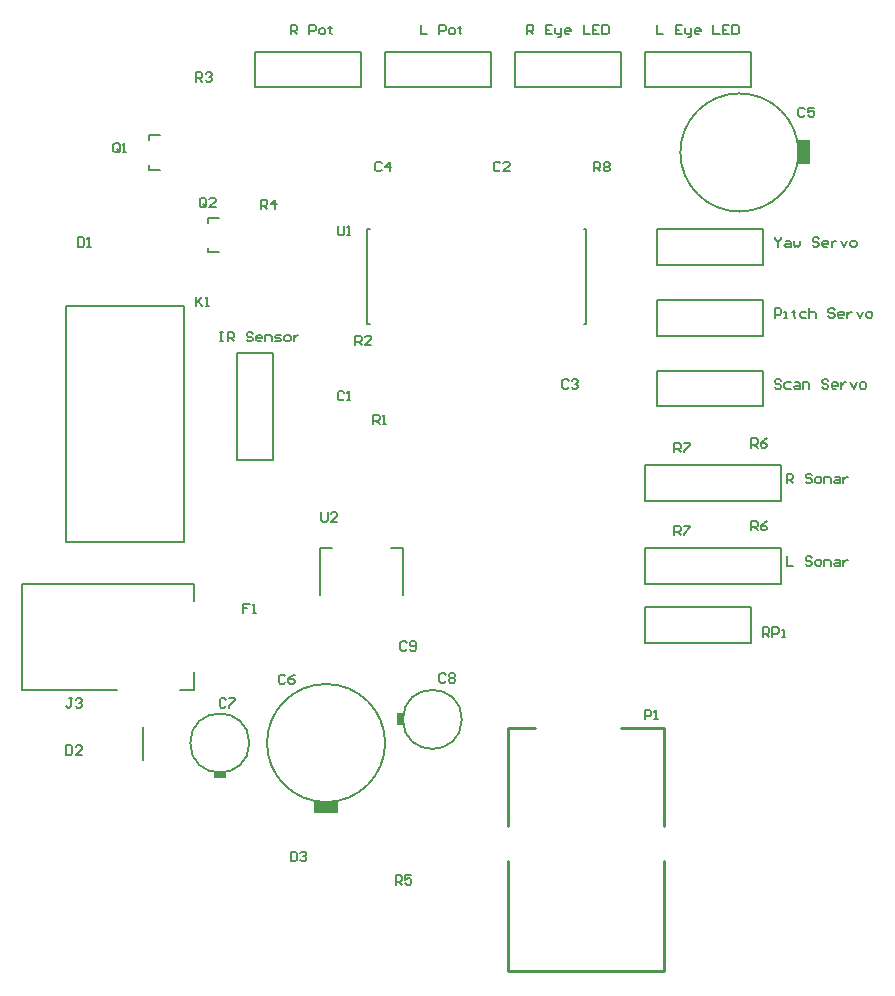
<source format=gto>
%FSLAX44Y44*%
%MOMM*%
G71*
G01*
G75*
G04 Layer_Color=65535*
%ADD10R,0.6000X1.0000*%
%ADD11R,1.4500X1.8000*%
%ADD12R,2.1590X2.7430*%
%ADD13R,1.5200X1.6800*%
%ADD14R,1.4000X1.0000*%
%ADD15R,0.6000X2.0000*%
%ADD16O,0.6000X2.0000*%
%ADD17R,1.0000X0.6000*%
%ADD18R,1.5000X2.0000*%
%ADD19C,0.2580*%
%ADD20C,1.0000*%
%ADD21C,0.3000*%
%ADD22R,3.8000X2.0000*%
%ADD23C,1.9000*%
%ADD24C,1.5240*%
%ADD25C,2.0000*%
G04:AMPARAMS|DCode=26|XSize=4.8mm|YSize=2mm|CornerRadius=0.5mm|HoleSize=0mm|Usage=FLASHONLY|Rotation=270.000|XOffset=0mm|YOffset=0mm|HoleType=Round|Shape=RoundedRectangle|*
%AMROUNDEDRECTD26*
21,1,4.8000,1.0000,0,0,270.0*
21,1,3.8000,2.0000,0,0,270.0*
1,1,1.0000,-0.5000,-1.9000*
1,1,1.0000,-0.5000,1.9000*
1,1,1.0000,0.5000,1.9000*
1,1,1.0000,0.5000,-1.9000*
%
%ADD26ROUNDEDRECTD26*%
G04:AMPARAMS|DCode=27|XSize=4mm|YSize=1.8mm|CornerRadius=0.45mm|HoleSize=0mm|Usage=FLASHONLY|Rotation=270.000|XOffset=0mm|YOffset=0mm|HoleType=Round|Shape=RoundedRectangle|*
%AMROUNDEDRECTD27*
21,1,4.0000,0.9000,0,0,270.0*
21,1,3.1000,1.8000,0,0,270.0*
1,1,0.9000,-0.4500,-1.5500*
1,1,0.9000,-0.4500,1.5500*
1,1,0.9000,0.4500,1.5500*
1,1,0.9000,0.4500,-1.5500*
%
%ADD27ROUNDEDRECTD27*%
G04:AMPARAMS|DCode=28|XSize=4mm|YSize=1.8mm|CornerRadius=0.45mm|HoleSize=0mm|Usage=FLASHONLY|Rotation=0.000|XOffset=0mm|YOffset=0mm|HoleType=Round|Shape=RoundedRectangle|*
%AMROUNDEDRECTD28*
21,1,4.0000,0.9000,0,0,0.0*
21,1,3.1000,1.8000,0,0,0.0*
1,1,0.9000,1.5500,-0.4500*
1,1,0.9000,-1.5500,-0.4500*
1,1,0.9000,-1.5500,0.4500*
1,1,0.9000,1.5500,0.4500*
%
%ADD28ROUNDEDRECTD28*%
%ADD29C,4.0000*%
%ADD30C,1.7000*%
%ADD31C,1.1000*%
%ADD32C,1.2700*%
%ADD33C,0.2000*%
%ADD34C,0.2540*%
%ADD35C,0.1000*%
%ADD36R,1.1000X2.0000*%
%ADD37R,2.0000X1.1000*%
%ADD38R,1.0000X0.5000*%
%ADD39R,0.5000X1.0000*%
D33*
X640000Y640000D02*
G03*
X640000Y640000I-50000J0D01*
G01*
X290000Y140000D02*
G03*
X290000Y140000I-50000J0D01*
G01*
X175000D02*
G03*
X175000Y140000I-25000J0D01*
G01*
X355000Y160000D02*
G03*
X355000Y160000I-25000J0D01*
G01*
X165000Y380000D02*
X195000D01*
Y470000D01*
X165000D02*
X195000D01*
X165000Y380000D02*
Y470000D01*
X270000Y695000D02*
Y725000D01*
X180000D02*
X270000D01*
X180000Y695000D02*
Y725000D01*
Y695000D02*
X270000D01*
X380000D02*
Y725000D01*
X290000D02*
X380000D01*
X290000Y695000D02*
Y725000D01*
Y695000D02*
X380000D01*
X400000D02*
X490000D01*
X400000D02*
Y725000D01*
X490000D01*
Y695000D02*
Y725000D01*
X510000Y695000D02*
X600000D01*
X510000D02*
Y725000D01*
X600000D01*
Y695000D02*
Y725000D01*
X85080Y125522D02*
Y153970D01*
X128000Y260250D02*
Y275000D01*
X-17000D02*
X128000D01*
X-17000Y185000D02*
Y275000D01*
Y185000D02*
X63250D01*
X128000D02*
Y200000D01*
X116000Y185000D02*
X128000D01*
X20000Y510000D02*
X120000D01*
X20000Y310000D02*
Y510000D01*
Y310000D02*
X120000D01*
Y510000D01*
X90000Y650500D02*
Y654600D01*
Y625400D02*
Y629500D01*
Y625400D02*
X99750D01*
X90000Y654600D02*
X99750D01*
X275000Y575000D02*
X277000D01*
X275000D02*
X275000Y495000D01*
X275500D02*
X277000D01*
X458500Y575000D02*
X460000D01*
X460500Y495000D02*
X460500Y575000D01*
X458500Y495000D02*
X460500D01*
X520000Y545000D02*
X610000D01*
X520000D02*
Y575000D01*
X610000D01*
Y545000D02*
Y575000D01*
X520000Y485000D02*
X610000D01*
X520000D02*
Y515000D01*
X610000D01*
Y485000D02*
Y515000D01*
X520000Y425000D02*
X610000D01*
X520000D02*
Y455000D01*
X610000D01*
Y425000D02*
Y455000D01*
X510000Y345000D02*
X625000D01*
X510000D02*
Y375000D01*
X625000Y375000D01*
X625000Y345000D02*
X625000Y375000D01*
X510000Y275000D02*
X625000D01*
X510000D02*
Y305000D01*
X625000Y305000D01*
X625000Y275000D02*
X625000Y305000D01*
X510000Y255000D02*
X600000D01*
Y225000D02*
Y255000D01*
X510000Y225000D02*
X600000D01*
X510000D02*
Y255000D01*
X140000Y580500D02*
Y584600D01*
Y555400D02*
Y559500D01*
Y555400D02*
X149750D01*
X140000Y584600D02*
X149750D01*
X295000Y305000D02*
X305000D01*
Y265000D02*
Y305000D01*
X235000D02*
X245000D01*
X235000Y265000D02*
Y305000D01*
X236014Y335177D02*
Y328513D01*
X237347Y327180D01*
X240013D01*
X241346Y328513D01*
Y335177D01*
X249343Y327180D02*
X244011D01*
X249343Y332512D01*
Y333844D01*
X248010Y335177D01*
X245344D01*
X244011Y333844D01*
X250000Y577997D02*
Y571333D01*
X251333Y570000D01*
X253999D01*
X255332Y571333D01*
Y577997D01*
X257997Y570000D02*
X260663D01*
X259330D01*
Y577997D01*
X257997Y576665D01*
X466952Y623970D02*
Y631967D01*
X470951D01*
X472284Y630634D01*
Y627969D01*
X470951Y626636D01*
X466952D01*
X469618D02*
X472284Y623970D01*
X474949Y630634D02*
X476282Y631967D01*
X478948D01*
X480281Y630634D01*
Y629302D01*
X478948Y627969D01*
X480281Y626636D01*
Y625303D01*
X478948Y623970D01*
X476282D01*
X474949Y625303D01*
Y626636D01*
X476282Y627969D01*
X474949Y629302D01*
Y630634D01*
X476282Y627969D02*
X478948D01*
X535000Y316000D02*
Y323997D01*
X538999D01*
X540332Y322664D01*
Y319999D01*
X538999Y318666D01*
X535000D01*
X537666D02*
X540332Y316000D01*
X542997Y323997D02*
X548329D01*
Y322664D01*
X542997Y317333D01*
Y316000D01*
X535000Y386000D02*
Y393997D01*
X538999D01*
X540332Y392664D01*
Y389999D01*
X538999Y388666D01*
X535000D01*
X537666D02*
X540332Y386000D01*
X542997Y393997D02*
X548329D01*
Y392664D01*
X542997Y387333D01*
Y386000D01*
X600000Y320000D02*
Y327997D01*
X603999D01*
X605332Y326665D01*
Y323999D01*
X603999Y322666D01*
X600000D01*
X602666D02*
X605332Y320000D01*
X613329Y327997D02*
X610663Y326665D01*
X607997Y323999D01*
Y321333D01*
X609330Y320000D01*
X611996D01*
X613329Y321333D01*
Y322666D01*
X611996Y323999D01*
X607997D01*
X600000Y390000D02*
Y397997D01*
X603999D01*
X605332Y396665D01*
Y393999D01*
X603999Y392666D01*
X600000D01*
X602666D02*
X605332Y390000D01*
X613329Y397997D02*
X610663Y396665D01*
X607997Y393999D01*
Y391333D01*
X609330Y390000D01*
X611996D01*
X613329Y391333D01*
Y392666D01*
X611996Y393999D01*
X607997D01*
X299000Y20000D02*
Y27997D01*
X302999D01*
X304332Y26665D01*
Y23999D01*
X302999Y22666D01*
X299000D01*
X301666D02*
X304332Y20000D01*
X312329Y27997D02*
X306997D01*
Y23999D01*
X309663Y25332D01*
X310996D01*
X312329Y23999D01*
Y21333D01*
X310996Y20000D01*
X308330D01*
X306997Y21333D01*
X185006Y592074D02*
Y600071D01*
X189005D01*
X190338Y598739D01*
Y596073D01*
X189005Y594740D01*
X185006D01*
X187672D02*
X190338Y592074D01*
X197002D02*
Y600071D01*
X193003Y596073D01*
X198335D01*
X130000Y700000D02*
Y707997D01*
X133999D01*
X135332Y706665D01*
Y703999D01*
X133999Y702666D01*
X130000D01*
X132666D02*
X135332Y700000D01*
X137997Y706665D02*
X139330Y707997D01*
X141996D01*
X143329Y706665D01*
Y705332D01*
X141996Y703999D01*
X140663D01*
X141996D01*
X143329Y702666D01*
Y701333D01*
X141996Y700000D01*
X139330D01*
X137997Y701333D01*
X264922Y477012D02*
Y485009D01*
X268921D01*
X270254Y483676D01*
Y481011D01*
X268921Y479678D01*
X264922D01*
X267588D02*
X270254Y477012D01*
X278251D02*
X272919D01*
X278251Y482344D01*
Y483676D01*
X276918Y485009D01*
X274252D01*
X272919Y483676D01*
X280000Y410000D02*
Y417997D01*
X283999D01*
X285332Y416665D01*
Y413999D01*
X283999Y412666D01*
X280000D01*
X282666D02*
X285332Y410000D01*
X287997D02*
X290663D01*
X289330D01*
Y417997D01*
X287997Y416665D01*
X138428Y594837D02*
Y600168D01*
X137095Y601501D01*
X134429D01*
X133096Y600168D01*
Y594837D01*
X134429Y593504D01*
X137095D01*
X135762Y596170D02*
X138428Y593504D01*
X137095D02*
X138428Y594837D01*
X146425Y593504D02*
X141093D01*
X146425Y598836D01*
Y600168D01*
X145092Y601501D01*
X142426D01*
X141093Y600168D01*
X65332Y641333D02*
Y646665D01*
X63999Y647997D01*
X61333D01*
X60000Y646665D01*
Y641333D01*
X61333Y640000D01*
X63999D01*
X62666Y642666D02*
X65332Y640000D01*
X63999D02*
X65332Y641333D01*
X67997Y640000D02*
X70663D01*
X69330D01*
Y647997D01*
X67997Y646665D01*
X510000Y160000D02*
Y167997D01*
X513999D01*
X515332Y166665D01*
Y163999D01*
X513999Y162666D01*
X510000D01*
X517997Y160000D02*
X520663D01*
X519330D01*
Y167997D01*
X517997Y166665D01*
X130000Y517997D02*
Y510000D01*
Y512666D01*
X135332Y517997D01*
X131333Y513999D01*
X135332Y510000D01*
X137997D02*
X140663D01*
X139330D01*
Y517997D01*
X137997Y516665D01*
X520000Y747997D02*
Y740000D01*
X525332D01*
X541326Y747997D02*
X535995D01*
Y740000D01*
X541326D01*
X535995Y743999D02*
X538661D01*
X543992Y745332D02*
Y741333D01*
X545325Y740000D01*
X549324D01*
Y738667D01*
X547991Y737334D01*
X546658D01*
X549324Y740000D02*
Y745332D01*
X555988Y740000D02*
X553323D01*
X551990Y741333D01*
Y743999D01*
X553323Y745332D01*
X555988D01*
X557321Y743999D01*
Y742666D01*
X551990D01*
X567985Y747997D02*
Y740000D01*
X573316D01*
X581314Y747997D02*
X575982D01*
Y740000D01*
X581314D01*
X575982Y743999D02*
X578648D01*
X583979Y747997D02*
Y740000D01*
X587978D01*
X589311Y741333D01*
Y746665D01*
X587978Y747997D01*
X583979D01*
X410000Y740000D02*
Y747997D01*
X413999D01*
X415332Y746665D01*
Y743999D01*
X413999Y742666D01*
X410000D01*
X412666D02*
X415332Y740000D01*
X431326Y747997D02*
X425995D01*
Y740000D01*
X431326D01*
X425995Y743999D02*
X428661D01*
X433992Y745332D02*
Y741333D01*
X435325Y740000D01*
X439324D01*
Y738667D01*
X437991Y737334D01*
X436658D01*
X439324Y740000D02*
Y745332D01*
X445988Y740000D02*
X443323D01*
X441990Y741333D01*
Y743999D01*
X443323Y745332D01*
X445988D01*
X447321Y743999D01*
Y742666D01*
X441990D01*
X457985Y747997D02*
Y740000D01*
X463316D01*
X471314Y747997D02*
X465982D01*
Y740000D01*
X471314D01*
X465982Y743999D02*
X468648D01*
X473979Y747997D02*
Y740000D01*
X477978D01*
X479311Y741333D01*
Y746665D01*
X477978Y747997D01*
X473979D01*
X630000Y297997D02*
Y290000D01*
X635332D01*
X651327Y296665D02*
X649994Y297997D01*
X647328D01*
X645995Y296665D01*
Y295332D01*
X647328Y293999D01*
X649994D01*
X651327Y292666D01*
Y291333D01*
X649994Y290000D01*
X647328D01*
X645995Y291333D01*
X655325Y290000D02*
X657991D01*
X659324Y291333D01*
Y293999D01*
X657991Y295332D01*
X655325D01*
X653992Y293999D01*
Y291333D01*
X655325Y290000D01*
X661990D02*
Y295332D01*
X665988D01*
X667321Y293999D01*
Y290000D01*
X671320Y295332D02*
X673986D01*
X675319Y293999D01*
Y290000D01*
X671320D01*
X669987Y291333D01*
X671320Y292666D01*
X675319D01*
X677984Y295332D02*
Y290000D01*
Y292666D01*
X679317Y293999D01*
X680650Y295332D01*
X681983D01*
X630000Y360000D02*
Y367997D01*
X633999D01*
X635332Y366665D01*
Y363999D01*
X633999Y362666D01*
X630000D01*
X632666D02*
X635332Y360000D01*
X651327Y366665D02*
X649994Y367997D01*
X647328D01*
X645995Y366665D01*
Y365332D01*
X647328Y363999D01*
X649994D01*
X651327Y362666D01*
Y361333D01*
X649994Y360000D01*
X647328D01*
X645995Y361333D01*
X655325Y360000D02*
X657991D01*
X659324Y361333D01*
Y363999D01*
X657991Y365332D01*
X655325D01*
X653992Y363999D01*
Y361333D01*
X655325Y360000D01*
X661990D02*
Y365332D01*
X665988D01*
X667321Y363999D01*
Y360000D01*
X671320Y365332D02*
X673986D01*
X675319Y363999D01*
Y360000D01*
X671320D01*
X669987Y361333D01*
X671320Y362666D01*
X675319D01*
X677984Y365332D02*
Y360000D01*
Y362666D01*
X679317Y363999D01*
X680650Y365332D01*
X681983D01*
X625332Y446665D02*
X623999Y447997D01*
X621333D01*
X620000Y446665D01*
Y445332D01*
X621333Y443999D01*
X623999D01*
X625332Y442666D01*
Y441333D01*
X623999Y440000D01*
X621333D01*
X620000Y441333D01*
X633329Y445332D02*
X629330D01*
X627997Y443999D01*
Y441333D01*
X629330Y440000D01*
X633329D01*
X637328Y445332D02*
X639994D01*
X641327Y443999D01*
Y440000D01*
X637328D01*
X635995Y441333D01*
X637328Y442666D01*
X641327D01*
X643992Y440000D02*
Y445332D01*
X647991D01*
X649324Y443999D01*
Y440000D01*
X665319Y446665D02*
X663986Y447997D01*
X661320D01*
X659987Y446665D01*
Y445332D01*
X661320Y443999D01*
X663986D01*
X665319Y442666D01*
Y441333D01*
X663986Y440000D01*
X661320D01*
X659987Y441333D01*
X671983Y440000D02*
X669317D01*
X667984Y441333D01*
Y443999D01*
X669317Y445332D01*
X671983D01*
X673316Y443999D01*
Y442666D01*
X667984D01*
X675982Y445332D02*
Y440000D01*
Y442666D01*
X677315Y443999D01*
X678648Y445332D01*
X679981D01*
X683979D02*
X686645Y440000D01*
X689311Y445332D01*
X693310Y440000D02*
X695975D01*
X697308Y441333D01*
Y443999D01*
X695975Y445332D01*
X693310D01*
X691977Y443999D01*
Y441333D01*
X693310Y440000D01*
X620000Y500000D02*
Y507997D01*
X623999D01*
X625332Y506665D01*
Y503999D01*
X623999Y502666D01*
X620000D01*
X627997Y500000D02*
X630663D01*
X629330D01*
Y505332D01*
X627997D01*
X635995Y506665D02*
Y505332D01*
X634662D01*
X637328D01*
X635995D01*
Y501333D01*
X637328Y500000D01*
X646658Y505332D02*
X642659D01*
X641327Y503999D01*
Y501333D01*
X642659Y500000D01*
X646658D01*
X649324Y507997D02*
Y500000D01*
Y503999D01*
X650657Y505332D01*
X653323D01*
X654656Y503999D01*
Y500000D01*
X670650Y506665D02*
X669317Y507997D01*
X666652D01*
X665319Y506665D01*
Y505332D01*
X666652Y503999D01*
X669317D01*
X670650Y502666D01*
Y501333D01*
X669317Y500000D01*
X666652D01*
X665319Y501333D01*
X677315Y500000D02*
X674649D01*
X673316Y501333D01*
Y503999D01*
X674649Y505332D01*
X677315D01*
X678648Y503999D01*
Y502666D01*
X673316D01*
X681314Y505332D02*
Y500000D01*
Y502666D01*
X682646Y503999D01*
X683979Y505332D01*
X685312D01*
X689311D02*
X691977Y500000D01*
X694643Y505332D01*
X698641Y500000D02*
X701307D01*
X702640Y501333D01*
Y503999D01*
X701307Y505332D01*
X698641D01*
X697308Y503999D01*
Y501333D01*
X698641Y500000D01*
X620000Y567997D02*
Y566665D01*
X622666Y563999D01*
X625332Y566665D01*
Y567997D01*
X622666Y563999D02*
Y560000D01*
X629330Y565332D02*
X631996D01*
X633329Y563999D01*
Y560000D01*
X629330D01*
X627997Y561333D01*
X629330Y562666D01*
X633329D01*
X635995Y565332D02*
Y561333D01*
X637328Y560000D01*
X638661Y561333D01*
X639994Y560000D01*
X641327Y561333D01*
Y565332D01*
X657321Y566665D02*
X655988Y567997D01*
X653323D01*
X651990Y566665D01*
Y565332D01*
X653323Y563999D01*
X655988D01*
X657321Y562666D01*
Y561333D01*
X655988Y560000D01*
X653323D01*
X651990Y561333D01*
X663986Y560000D02*
X661320D01*
X659987Y561333D01*
Y563999D01*
X661320Y565332D01*
X663986D01*
X665319Y563999D01*
Y562666D01*
X659987D01*
X667984Y565332D02*
Y560000D01*
Y562666D01*
X669317Y563999D01*
X670650Y565332D01*
X671983D01*
X675982D02*
X678648Y560000D01*
X681313Y565332D01*
X685312Y560000D02*
X687978D01*
X689311Y561333D01*
Y563999D01*
X687978Y565332D01*
X685312D01*
X683979Y563999D01*
Y561333D01*
X685312Y560000D01*
X610000Y230000D02*
Y237997D01*
X613999D01*
X615332Y236665D01*
Y233999D01*
X613999Y232666D01*
X610000D01*
X612666D02*
X615332Y230000D01*
X617997D02*
Y237997D01*
X621996D01*
X623329Y236665D01*
Y233999D01*
X621996Y232666D01*
X617997D01*
X625995Y230000D02*
X628661D01*
X627328D01*
Y235332D01*
X625995D01*
X25332Y177997D02*
X22666D01*
X23999D01*
Y171333D01*
X22666Y170000D01*
X21333D01*
X20000Y171333D01*
X27997Y176665D02*
X29330Y177997D01*
X31996D01*
X33329Y176665D01*
Y175332D01*
X31996Y173999D01*
X30663D01*
X31996D01*
X33329Y172666D01*
Y171333D01*
X31996Y170000D01*
X29330D01*
X27997Y171333D01*
X320000Y747997D02*
Y740000D01*
X325332D01*
X335995D02*
Y747997D01*
X339994D01*
X341326Y746665D01*
Y743999D01*
X339994Y742666D01*
X335995D01*
X345325Y740000D02*
X347991D01*
X349324Y741333D01*
Y743999D01*
X347991Y745332D01*
X345325D01*
X343992Y743999D01*
Y741333D01*
X345325Y740000D01*
X353323Y746665D02*
Y745332D01*
X351990D01*
X354655D01*
X353323D01*
Y741333D01*
X354655Y740000D01*
X210000D02*
Y747997D01*
X213999D01*
X215332Y746665D01*
Y743999D01*
X213999Y742666D01*
X210000D01*
X212666D02*
X215332Y740000D01*
X225995D02*
Y747997D01*
X229994D01*
X231327Y746665D01*
Y743999D01*
X229994Y742666D01*
X225995D01*
X235325Y740000D02*
X237991D01*
X239324Y741333D01*
Y743999D01*
X237991Y745332D01*
X235325D01*
X233992Y743999D01*
Y741333D01*
X235325Y740000D01*
X243323Y746665D02*
Y745332D01*
X241990D01*
X244655D01*
X243323D01*
Y741333D01*
X244655Y740000D01*
X150000Y487997D02*
X152666D01*
X151333D01*
Y480000D01*
X150000D01*
X152666D01*
X156664D02*
Y487997D01*
X160663D01*
X161996Y486665D01*
Y483999D01*
X160663Y482666D01*
X156664D01*
X159330D02*
X161996Y480000D01*
X177991Y486665D02*
X176658Y487997D01*
X173992D01*
X172659Y486665D01*
Y485332D01*
X173992Y483999D01*
X176658D01*
X177991Y482666D01*
Y481333D01*
X176658Y480000D01*
X173992D01*
X172659Y481333D01*
X184655Y480000D02*
X181990D01*
X180657Y481333D01*
Y483999D01*
X181990Y485332D01*
X184655D01*
X185988Y483999D01*
Y482666D01*
X180657D01*
X188654Y480000D02*
Y485332D01*
X192653D01*
X193986Y483999D01*
Y480000D01*
X196652D02*
X200650D01*
X201983Y481333D01*
X200650Y482666D01*
X197985D01*
X196652Y483999D01*
X197985Y485332D01*
X201983D01*
X205982Y480000D02*
X208648D01*
X209981Y481333D01*
Y483999D01*
X208648Y485332D01*
X205982D01*
X204649Y483999D01*
Y481333D01*
X205982Y480000D01*
X212647Y485332D02*
Y480000D01*
Y482666D01*
X213979Y483999D01*
X215312Y485332D01*
X216645D01*
X175332Y257997D02*
X170000D01*
Y253999D01*
X172666D01*
X170000D01*
Y250000D01*
X177997D02*
X180663D01*
X179330D01*
Y257997D01*
X177997Y256665D01*
X210000Y47997D02*
Y40000D01*
X213999D01*
X215332Y41333D01*
Y46665D01*
X213999Y47997D01*
X210000D01*
X217997Y46665D02*
X219330Y47997D01*
X221996D01*
X223329Y46665D01*
Y45332D01*
X221996Y43999D01*
X220663D01*
X221996D01*
X223329Y42666D01*
Y41333D01*
X221996Y40000D01*
X219330D01*
X217997Y41333D01*
X20000Y137997D02*
Y130000D01*
X23999D01*
X25332Y131333D01*
Y136664D01*
X23999Y137997D01*
X20000D01*
X33329Y130000D02*
X27997D01*
X33329Y135332D01*
Y136664D01*
X31996Y137997D01*
X29330D01*
X27997Y136664D01*
X30000Y567997D02*
Y560000D01*
X33999D01*
X35332Y561333D01*
Y566665D01*
X33999Y567997D01*
X30000D01*
X37997Y560000D02*
X40663D01*
X39330D01*
Y567997D01*
X37997Y566665D01*
X308332Y224664D02*
X306999Y225997D01*
X304333D01*
X303000Y224664D01*
Y219333D01*
X304333Y218000D01*
X306999D01*
X308332Y219333D01*
X310997D02*
X312330Y218000D01*
X314996D01*
X316329Y219333D01*
Y224664D01*
X314996Y225997D01*
X312330D01*
X310997Y224664D01*
Y223332D01*
X312330Y221999D01*
X316329D01*
X341332Y197665D02*
X339999Y198997D01*
X337333D01*
X336000Y197665D01*
Y192333D01*
X337333Y191000D01*
X339999D01*
X341332Y192333D01*
X343997Y197665D02*
X345330Y198997D01*
X347996D01*
X349329Y197665D01*
Y196332D01*
X347996Y194999D01*
X349329Y193666D01*
Y192333D01*
X347996Y191000D01*
X345330D01*
X343997Y192333D01*
Y193666D01*
X345330Y194999D01*
X343997Y196332D01*
Y197665D01*
X345330Y194999D02*
X347996D01*
X155332Y176665D02*
X153999Y177997D01*
X151333D01*
X150000Y176665D01*
Y171333D01*
X151333Y170000D01*
X153999D01*
X155332Y171333D01*
X157997Y177997D02*
X163329D01*
Y176665D01*
X157997Y171333D01*
Y170000D01*
X205332Y196665D02*
X203999Y197997D01*
X201333D01*
X200000Y196665D01*
Y191333D01*
X201333Y190000D01*
X203999D01*
X205332Y191333D01*
X213329Y197997D02*
X210663Y196665D01*
X207997Y193999D01*
Y191333D01*
X209330Y190000D01*
X211996D01*
X213329Y191333D01*
Y192666D01*
X211996Y193999D01*
X207997D01*
X645332Y676665D02*
X643999Y677997D01*
X641333D01*
X640000Y676665D01*
Y671333D01*
X641333Y670000D01*
X643999D01*
X645332Y671333D01*
X653329Y677997D02*
X647997D01*
Y673999D01*
X650663Y675332D01*
X651996D01*
X653329Y673999D01*
Y671333D01*
X651996Y670000D01*
X649330D01*
X647997Y671333D01*
X287206Y630742D02*
X285873Y632075D01*
X283207D01*
X281874Y630742D01*
Y625411D01*
X283207Y624078D01*
X285873D01*
X287206Y625411D01*
X293870Y624078D02*
Y632075D01*
X289871Y628077D01*
X295203D01*
X445332Y446665D02*
X443999Y447997D01*
X441333D01*
X440000Y446665D01*
Y441333D01*
X441333Y440000D01*
X443999D01*
X445332Y441333D01*
X447997Y446665D02*
X449330Y447997D01*
X451996D01*
X453329Y446665D01*
Y445332D01*
X451996Y443999D01*
X450663D01*
X451996D01*
X453329Y442666D01*
Y441333D01*
X451996Y440000D01*
X449330D01*
X447997Y441333D01*
X387442Y630742D02*
X386109Y632075D01*
X383443D01*
X382110Y630742D01*
Y625411D01*
X383443Y624078D01*
X386109D01*
X387442Y625411D01*
X395439Y624078D02*
X390107D01*
X395439Y629410D01*
Y630742D01*
X394106Y632075D01*
X391440D01*
X390107Y630742D01*
X255332Y436665D02*
X253999Y437997D01*
X251333D01*
X250000Y436665D01*
Y431333D01*
X251333Y430000D01*
X253999D01*
X255332Y431333D01*
X257997Y430000D02*
X260663D01*
X259330D01*
Y437997D01*
X257997Y436665D01*
D34*
X393950Y70000D02*
Y152850D01*
Y-52850D02*
Y40000D01*
X526050Y-52850D02*
Y40000D01*
Y70000D02*
Y152850D01*
X393950Y-52850D02*
X526050D01*
X490000Y152850D02*
X526050D01*
X393950D02*
X417150D01*
D35*
X275000Y495000D02*
X275500D01*
D36*
X644500Y640000D02*
D03*
D37*
X240000Y85500D02*
D03*
D38*
X150000Y112500D02*
D03*
D39*
X302500Y160000D02*
D03*
M02*

</source>
